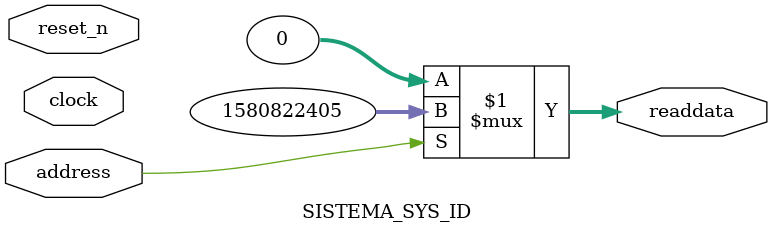
<source format=v>



// synthesis translate_off
`timescale 1ns / 1ps
// synthesis translate_on

// turn off superfluous verilog processor warnings 
// altera message_level Level1 
// altera message_off 10034 10035 10036 10037 10230 10240 10030 

module SISTEMA_SYS_ID (
               // inputs:
                address,
                clock,
                reset_n,

               // outputs:
                readdata
             )
;

  output  [ 31: 0] readdata;
  input            address;
  input            clock;
  input            reset_n;

  wire    [ 31: 0] readdata;
  //control_slave, which is an e_avalon_slave
  assign readdata = address ? 1580822405 : 0;

endmodule



</source>
